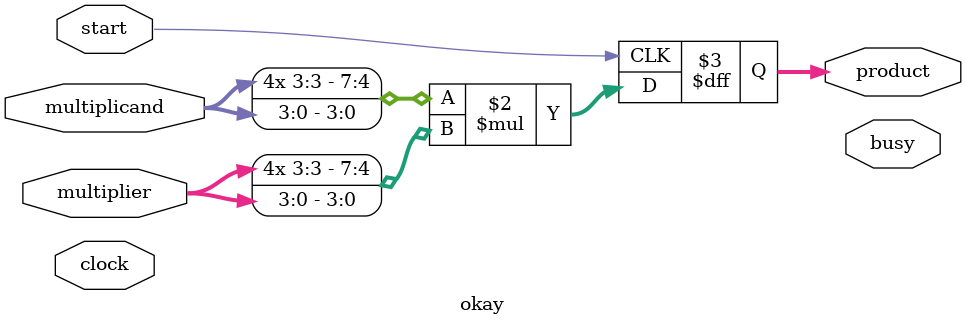
<source format=v>
`timescale 1ns / 1ps
module okay(
	input [3:0] multiplicand,
    input [3:0] multiplier,
    output reg [7:0] product,
	 input clock,
	 input start,
	 output busy
	 );
	 always@(posedge start)
	 begin
		product = $signed(multiplicand) * $signed(multiplier);
	end


endmodule

</source>
